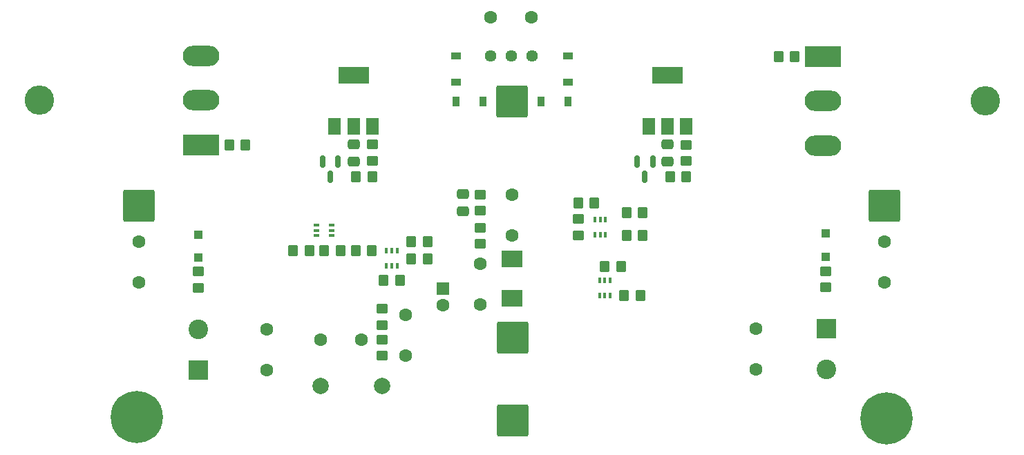
<source format=gbr>
G04 #@! TF.GenerationSoftware,KiCad,Pcbnew,(6.0.0-0)*
G04 #@! TF.CreationDate,2022-01-01T18:20:55+01:00*
G04 #@! TF.ProjectId,amp-mosfet-80w,616d702d-6d6f-4736-9665-742d3830772e,rev?*
G04 #@! TF.SameCoordinates,Original*
G04 #@! TF.FileFunction,Soldermask,Top*
G04 #@! TF.FilePolarity,Negative*
%FSLAX46Y46*%
G04 Gerber Fmt 4.6, Leading zero omitted, Abs format (unit mm)*
G04 Created by KiCad (PCBNEW (6.0.0-0)) date 2022-01-01 18:20:55*
%MOMM*%
%LPD*%
G01*
G04 APERTURE LIST*
G04 Aperture macros list*
%AMRoundRect*
0 Rectangle with rounded corners*
0 $1 Rounding radius*
0 $2 $3 $4 $5 $6 $7 $8 $9 X,Y pos of 4 corners*
0 Add a 4 corners polygon primitive as box body*
4,1,4,$2,$3,$4,$5,$6,$7,$8,$9,$2,$3,0*
0 Add four circle primitives for the rounded corners*
1,1,$1+$1,$2,$3*
1,1,$1+$1,$4,$5*
1,1,$1+$1,$6,$7*
1,1,$1+$1,$8,$9*
0 Add four rect primitives between the rounded corners*
20,1,$1+$1,$2,$3,$4,$5,0*
20,1,$1+$1,$4,$5,$6,$7,0*
20,1,$1+$1,$6,$7,$8,$9,0*
20,1,$1+$1,$8,$9,$2,$3,0*%
G04 Aperture macros list end*
%ADD10RoundRect,0.249999X0.450001X-0.350001X0.450001X0.350001X-0.450001X0.350001X-0.450001X-0.350001X0*%
%ADD11C,1.600000*%
%ADD12R,1.600000X1.600000*%
%ADD13RoundRect,0.250000X-0.475000X0.337500X-0.475000X-0.337500X0.475000X-0.337500X0.475000X0.337500X0*%
%ADD14R,2.400000X2.400000*%
%ADD15C,2.400000*%
%ADD16R,1.200000X0.900000*%
%ADD17R,0.900000X1.200000*%
%ADD18R,1.100000X1.100000*%
%ADD19C,2.000000*%
%ADD20RoundRect,0.250001X-1.699999X-1.699999X1.699999X-1.699999X1.699999X1.699999X-1.699999X1.699999X0*%
%ADD21C,6.400000*%
%ADD22C,0.800000*%
%ADD23RoundRect,0.249999X-0.450001X0.350001X-0.450001X-0.350001X0.450001X-0.350001X0.450001X0.350001X0*%
%ADD24RoundRect,0.249999X-0.350001X-0.450001X0.350001X-0.450001X0.350001X0.450001X-0.350001X0.450001X0*%
%ADD25RoundRect,0.249999X0.350001X0.450001X-0.350001X0.450001X-0.350001X-0.450001X0.350001X-0.450001X0*%
%ADD26RoundRect,0.250000X0.350000X0.450000X-0.350000X0.450000X-0.350000X-0.450000X0.350000X-0.450000X0*%
%ADD27R,2.600000X2.100000*%
%ADD28R,1.500000X2.000000*%
%ADD29R,3.800000X2.000000*%
%ADD30R,0.400000X0.650000*%
%ADD31C,1.440000*%
%ADD32RoundRect,0.250000X-0.450000X0.350000X-0.450000X-0.350000X0.450000X-0.350000X0.450000X0.350000X0*%
%ADD33RoundRect,0.250000X-0.350000X-0.450000X0.350000X-0.450000X0.350000X0.450000X-0.350000X0.450000X0*%
%ADD34RoundRect,0.150000X-0.150000X0.587500X-0.150000X-0.587500X0.150000X-0.587500X0.150000X0.587500X0*%
%ADD35R,0.650000X0.400000*%
%ADD36O,3.600000X3.600000*%
%ADD37R,4.500000X2.500000*%
%ADD38O,4.500000X2.500000*%
G04 APERTURE END LIST*
D10*
X180721000Y-64230000D03*
X180721000Y-62230000D03*
D11*
X140890000Y-86106000D03*
X135890000Y-86106000D03*
X146367500Y-83121500D03*
X146367500Y-88121500D03*
D12*
X150939500Y-79883000D03*
D11*
X150939500Y-81883000D03*
D13*
X153400000Y-68325000D03*
X153400000Y-70400000D03*
D11*
X155448000Y-76835000D03*
X155448000Y-81835000D03*
X189230000Y-84789000D03*
X189230000Y-89789000D03*
D14*
X197866000Y-84772500D03*
D15*
X197866000Y-89772500D03*
D11*
X159385000Y-68326000D03*
X159385000Y-73326000D03*
D16*
X166243000Y-54608000D03*
X166243000Y-51308000D03*
D17*
X166242000Y-56896000D03*
X162942000Y-56896000D03*
X152528000Y-56896000D03*
X155828000Y-56896000D03*
D16*
X152527000Y-54608000D03*
X152527000Y-51308000D03*
D18*
X197850000Y-75950000D03*
X197850000Y-73150000D03*
D19*
X135890000Y-91821000D03*
X143446500Y-91821000D03*
D20*
X204978000Y-69723000D03*
X159385000Y-56896000D03*
X159448500Y-85852000D03*
X159448500Y-96012000D03*
D21*
X113411000Y-95631000D03*
D22*
X113411000Y-93231000D03*
X113411000Y-98031000D03*
X111713944Y-93933944D03*
X111011000Y-95631000D03*
X115108056Y-93933944D03*
X111713944Y-97328056D03*
X115108056Y-97328056D03*
X115811000Y-95631000D03*
X203534944Y-94060944D03*
X206929056Y-97455056D03*
D21*
X205232000Y-95758000D03*
D22*
X202832000Y-95758000D03*
X205232000Y-98158000D03*
X203534944Y-97455056D03*
X206929056Y-94060944D03*
X205232000Y-93358000D03*
X207632000Y-95758000D03*
D23*
X143446500Y-86106000D03*
X143446500Y-88106000D03*
X143446500Y-82328000D03*
X143446500Y-84328000D03*
D24*
X173100000Y-80750000D03*
X175100000Y-80750000D03*
D25*
X172750000Y-77150000D03*
X170750000Y-77150000D03*
D26*
X149050000Y-76200000D03*
X147050000Y-76200000D03*
D23*
X155448000Y-72390000D03*
X155448000Y-74390000D03*
X155448000Y-68326000D03*
X155448000Y-70326000D03*
D24*
X124714000Y-62230000D03*
X126714000Y-62230000D03*
D10*
X197850000Y-79750000D03*
X197850000Y-77750000D03*
D27*
X159385000Y-76200000D03*
X159385000Y-81100000D03*
D25*
X194024000Y-51435000D03*
X192024000Y-51435000D03*
D11*
X204978000Y-74104500D03*
X204978000Y-79104500D03*
D23*
X120900000Y-77800000D03*
X120900000Y-79800000D03*
D11*
X129286000Y-89836000D03*
X129286000Y-84836000D03*
D14*
X120904000Y-89836000D03*
D15*
X120904000Y-84836000D03*
D25*
X145650000Y-78850000D03*
X143650000Y-78850000D03*
X142200000Y-75200000D03*
X140200000Y-75200000D03*
D28*
X176135000Y-60021000D03*
D29*
X178435000Y-53721000D03*
D28*
X178435000Y-60021000D03*
X180735000Y-60021000D03*
X137654000Y-60021000D03*
D29*
X139954000Y-53721000D03*
D28*
X139954000Y-60021000D03*
X142254000Y-60021000D03*
D30*
X144005500Y-77084000D03*
X144655500Y-77084000D03*
X145305500Y-77084000D03*
X145305500Y-75184000D03*
X144655500Y-75184000D03*
X144005500Y-75184000D03*
X170101500Y-80769500D03*
X170751500Y-80769500D03*
X171401500Y-80769500D03*
X171401500Y-78869500D03*
X170751500Y-78869500D03*
X170101500Y-78869500D03*
D20*
X113665000Y-69723000D03*
D11*
X113665000Y-79104500D03*
X113665000Y-74104500D03*
D18*
X120900000Y-73250000D03*
X120900000Y-76050000D03*
D11*
X156718000Y-46609000D03*
X161718000Y-46609000D03*
D31*
X161798000Y-51308000D03*
X159258000Y-51308000D03*
X156718000Y-51308000D03*
D26*
X138350000Y-75200000D03*
X136350000Y-75200000D03*
D32*
X167462200Y-71329800D03*
X167462200Y-73329800D03*
D30*
X170824200Y-71414600D03*
X170174200Y-71414600D03*
X169524200Y-71414600D03*
X169524200Y-73314600D03*
X170174200Y-73314600D03*
X170824200Y-73314600D03*
D26*
X149050000Y-74100000D03*
X147050000Y-74100000D03*
D33*
X167468800Y-69342000D03*
X169468800Y-69342000D03*
X140250000Y-66150000D03*
X142250000Y-66150000D03*
D34*
X176606200Y-64287400D03*
X174706200Y-64287400D03*
X175656200Y-66162400D03*
D32*
X142240000Y-62204600D03*
X142240000Y-64204600D03*
D13*
X139954000Y-62204600D03*
X139954000Y-64279600D03*
D35*
X135400000Y-72100000D03*
X135400000Y-72750000D03*
X135400000Y-73400000D03*
X137300000Y-73400000D03*
X137300000Y-72750000D03*
X137300000Y-72100000D03*
D34*
X138033800Y-64289700D03*
X136133800Y-64289700D03*
X137083800Y-66164700D03*
D33*
X173405800Y-73329800D03*
X175405800Y-73329800D03*
X173405800Y-70561200D03*
X175405800Y-70561200D03*
D26*
X134550000Y-75200000D03*
X132550000Y-75200000D03*
D13*
X178435000Y-62212400D03*
X178435000Y-64287400D03*
D26*
X180725000Y-66150000D03*
X178725000Y-66150000D03*
D36*
X101425000Y-56780000D03*
D37*
X121285000Y-62230000D03*
D38*
X121285000Y-56780000D03*
X121285000Y-51330000D03*
D36*
X217345000Y-56885000D03*
D37*
X197485000Y-51435000D03*
D38*
X197485000Y-56885000D03*
X197485000Y-62335000D03*
M02*

</source>
